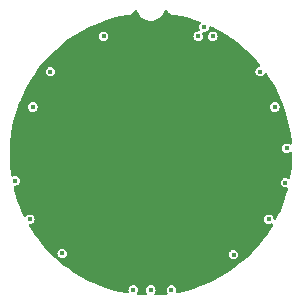
<source format=gbr>
%TF.GenerationSoftware,KiCad,Pcbnew,8.0.2-1*%
%TF.CreationDate,2025-01-26T22:20:59-08:00*%
%TF.ProjectId,Small_Pendant,536d616c-6c5f-4506-956e-64616e742e6b,rev?*%
%TF.SameCoordinates,Original*%
%TF.FileFunction,Copper,L2,Inr*%
%TF.FilePolarity,Positive*%
%FSLAX46Y46*%
G04 Gerber Fmt 4.6, Leading zero omitted, Abs format (unit mm)*
G04 Created by KiCad (PCBNEW 8.0.2-1) date 2025-01-26 22:20:59*
%MOMM*%
%LPD*%
G01*
G04 APERTURE LIST*
%TA.AperFunction,ViaPad*%
%ADD10C,0.400000*%
%TD*%
%TA.AperFunction,ViaPad*%
%ADD11C,0.600000*%
%TD*%
G04 APERTURE END LIST*
D10*
%TO.N,+5V*%
X38600000Y-47600000D03*
X40750000Y-57000000D03*
X54000000Y-60000000D03*
X57500000Y-41500000D03*
X58500000Y-57000000D03*
X44250000Y-60000000D03*
X45750000Y-60000000D03*
X61500000Y-47750000D03*
X48500000Y-38500000D03*
X40000000Y-44500000D03*
X38500000Y-50500000D03*
X60000000Y-54000000D03*
X51500000Y-38500000D03*
X43000000Y-41500000D03*
X39250000Y-54000000D03*
D11*
X52540000Y-54000000D03*
D10*
%TO.N,DATA_IN*%
X54500000Y-39250000D03*
%TO.N,Earth*%
X54000000Y-40000000D03*
X59250000Y-43000000D03*
X60000000Y-55500000D03*
X60500000Y-46000000D03*
X50000000Y-61500000D03*
X55250000Y-40000000D03*
X42500000Y-58400000D03*
X46000000Y-40000000D03*
X48500000Y-61500000D03*
X38500000Y-52250000D03*
X57000000Y-58500000D03*
X39750000Y-55500000D03*
X41500000Y-43000000D03*
X51750000Y-61500000D03*
X40000000Y-46000000D03*
X61500000Y-49500000D03*
X61400000Y-52400000D03*
%TD*%
%TA.AperFunction,Conductor*%
%TO.N,+5V*%
G36*
X48806055Y-37785648D02*
G01*
X48848426Y-37841203D01*
X48851904Y-37851644D01*
X48875769Y-37935523D01*
X48875775Y-37935538D01*
X48974938Y-38134683D01*
X48974943Y-38134691D01*
X49109020Y-38312238D01*
X49273437Y-38462123D01*
X49273439Y-38462125D01*
X49462595Y-38579245D01*
X49462596Y-38579245D01*
X49462599Y-38579247D01*
X49670060Y-38659618D01*
X49888757Y-38700500D01*
X49888759Y-38700500D01*
X50111241Y-38700500D01*
X50111243Y-38700500D01*
X50329940Y-38659618D01*
X50537401Y-38579247D01*
X50726562Y-38462124D01*
X50890981Y-38312236D01*
X51025058Y-38134689D01*
X51124229Y-37935528D01*
X51148097Y-37851639D01*
X51185373Y-37792551D01*
X51248682Y-37762993D01*
X51317922Y-37772354D01*
X51371109Y-37817664D01*
X51376718Y-37827122D01*
X51379225Y-37831812D01*
X51455885Y-37946541D01*
X51455888Y-37946545D01*
X51553454Y-38044111D01*
X51553458Y-38044114D01*
X51668182Y-38120771D01*
X51668195Y-38120778D01*
X51795667Y-38173578D01*
X51795672Y-38173580D01*
X51795676Y-38173580D01*
X51795677Y-38173581D01*
X51931004Y-38200500D01*
X51931007Y-38200500D01*
X51968891Y-38200500D01*
X51992767Y-38202820D01*
X52635529Y-38328950D01*
X52642415Y-38330507D01*
X53298877Y-38498834D01*
X53305677Y-38500786D01*
X53951438Y-38706393D01*
X53958136Y-38708739D01*
X54153320Y-38783432D01*
X54208896Y-38825777D01*
X54232757Y-38891446D01*
X54217326Y-38959590D01*
X54196685Y-38986922D01*
X54171952Y-39011655D01*
X54171951Y-39011657D01*
X54114352Y-39124698D01*
X54114352Y-39124699D01*
X54094508Y-39249996D01*
X54094508Y-39250003D01*
X54114352Y-39375300D01*
X54114353Y-39375303D01*
X54135402Y-39416612D01*
X54148299Y-39485281D01*
X54122023Y-39550022D01*
X54064917Y-39590279D01*
X54005528Y-39595383D01*
X54000001Y-39594508D01*
X53999997Y-39594508D01*
X53874699Y-39614352D01*
X53874698Y-39614352D01*
X53799337Y-39652751D01*
X53761658Y-39671950D01*
X53761657Y-39671951D01*
X53761652Y-39671954D01*
X53671954Y-39761652D01*
X53671951Y-39761657D01*
X53671950Y-39761658D01*
X53652751Y-39799337D01*
X53614352Y-39874698D01*
X53614352Y-39874699D01*
X53594508Y-39999996D01*
X53594508Y-40000003D01*
X53614352Y-40125300D01*
X53614352Y-40125301D01*
X53614354Y-40125304D01*
X53671950Y-40238342D01*
X53671952Y-40238344D01*
X53671954Y-40238347D01*
X53761652Y-40328045D01*
X53761654Y-40328046D01*
X53761658Y-40328050D01*
X53874696Y-40385646D01*
X53874697Y-40385646D01*
X53874699Y-40385647D01*
X53999997Y-40405492D01*
X54000000Y-40405492D01*
X54000003Y-40405492D01*
X54125300Y-40385647D01*
X54125301Y-40385647D01*
X54125302Y-40385646D01*
X54125304Y-40385646D01*
X54238342Y-40328050D01*
X54328050Y-40238342D01*
X54385646Y-40125304D01*
X54385646Y-40125302D01*
X54385647Y-40125301D01*
X54385647Y-40125300D01*
X54405492Y-40000003D01*
X54405492Y-39999996D01*
X54844508Y-39999996D01*
X54844508Y-40000003D01*
X54864352Y-40125300D01*
X54864352Y-40125301D01*
X54864354Y-40125304D01*
X54921950Y-40238342D01*
X54921952Y-40238344D01*
X54921954Y-40238347D01*
X55011652Y-40328045D01*
X55011654Y-40328046D01*
X55011658Y-40328050D01*
X55124696Y-40385646D01*
X55124697Y-40385646D01*
X55124699Y-40385647D01*
X55249997Y-40405492D01*
X55250000Y-40405492D01*
X55250003Y-40405492D01*
X55375300Y-40385647D01*
X55375301Y-40385647D01*
X55375302Y-40385646D01*
X55375304Y-40385646D01*
X55488342Y-40328050D01*
X55578050Y-40238342D01*
X55635646Y-40125304D01*
X55635646Y-40125302D01*
X55635647Y-40125301D01*
X55635647Y-40125300D01*
X55655492Y-40000003D01*
X55655492Y-39999996D01*
X55635647Y-39874699D01*
X55635647Y-39874698D01*
X55614598Y-39833388D01*
X55578050Y-39761658D01*
X55578046Y-39761654D01*
X55578045Y-39761652D01*
X55488347Y-39671954D01*
X55488344Y-39671952D01*
X55488342Y-39671950D01*
X55375304Y-39614354D01*
X55375303Y-39614353D01*
X55375300Y-39614352D01*
X55250003Y-39594508D01*
X55249997Y-39594508D01*
X55124699Y-39614352D01*
X55124698Y-39614352D01*
X55049337Y-39652751D01*
X55011658Y-39671950D01*
X55011657Y-39671951D01*
X55011652Y-39671954D01*
X54921954Y-39761652D01*
X54921951Y-39761657D01*
X54921950Y-39761658D01*
X54902751Y-39799337D01*
X54864352Y-39874698D01*
X54864352Y-39874699D01*
X54844508Y-39999996D01*
X54405492Y-39999996D01*
X54385647Y-39874699D01*
X54385646Y-39874697D01*
X54385646Y-39874696D01*
X54364596Y-39833383D01*
X54351700Y-39764719D01*
X54377975Y-39699978D01*
X54435081Y-39659720D01*
X54494478Y-39654618D01*
X54499996Y-39655492D01*
X54500000Y-39655492D01*
X54500003Y-39655492D01*
X54625300Y-39635647D01*
X54625301Y-39635647D01*
X54625302Y-39635646D01*
X54625304Y-39635646D01*
X54738342Y-39578050D01*
X54828050Y-39488342D01*
X54885646Y-39375304D01*
X54903446Y-39262911D01*
X54933374Y-39199781D01*
X54992685Y-39162850D01*
X55062548Y-39163846D01*
X55076783Y-39169225D01*
X55215645Y-39231692D01*
X55222007Y-39234776D01*
X55709113Y-39488347D01*
X55823112Y-39547691D01*
X55829307Y-39551144D01*
X56411551Y-39897949D01*
X56417517Y-39901738D01*
X56748231Y-40125304D01*
X56978956Y-40281277D01*
X56984719Y-40285418D01*
X57523528Y-40696455D01*
X57529017Y-40700896D01*
X58043442Y-41142096D01*
X58048660Y-41146836D01*
X58537012Y-41616752D01*
X58541972Y-41621807D01*
X59002610Y-42118857D01*
X59007283Y-42124198D01*
X59240489Y-42406667D01*
X59267991Y-42470897D01*
X59256401Y-42539799D01*
X59209401Y-42591497D01*
X59164265Y-42608086D01*
X59124699Y-42614352D01*
X59124698Y-42614352D01*
X59061043Y-42646787D01*
X59011658Y-42671950D01*
X59011657Y-42671951D01*
X59011652Y-42671954D01*
X58921954Y-42761652D01*
X58921951Y-42761657D01*
X58864352Y-42874698D01*
X58864352Y-42874699D01*
X58844508Y-42999996D01*
X58844508Y-43000003D01*
X58864352Y-43125300D01*
X58864352Y-43125301D01*
X58882805Y-43161517D01*
X58921950Y-43238342D01*
X58921952Y-43238344D01*
X58921954Y-43238347D01*
X59011652Y-43328045D01*
X59011654Y-43328046D01*
X59011658Y-43328050D01*
X59124696Y-43385646D01*
X59124697Y-43385646D01*
X59124699Y-43385647D01*
X59249997Y-43405492D01*
X59250000Y-43405492D01*
X59250003Y-43405492D01*
X59375300Y-43385647D01*
X59375301Y-43385647D01*
X59375302Y-43385646D01*
X59375304Y-43385646D01*
X59488342Y-43328050D01*
X59578050Y-43238342D01*
X59607528Y-43180487D01*
X59655501Y-43129692D01*
X59723322Y-43112897D01*
X59789457Y-43135434D01*
X59817995Y-43163438D01*
X59843940Y-43198806D01*
X59847971Y-43204645D01*
X60216895Y-43773087D01*
X60220587Y-43779148D01*
X60556400Y-44367788D01*
X60559738Y-44374050D01*
X60861316Y-44980915D01*
X60864291Y-44987358D01*
X61130658Y-45610485D01*
X61133260Y-45617088D01*
X61363544Y-46254436D01*
X61365764Y-46261176D01*
X61559213Y-46910663D01*
X61561043Y-46917520D01*
X61717017Y-47577002D01*
X61718452Y-47583952D01*
X61836443Y-48251280D01*
X61837478Y-48258301D01*
X61917098Y-48931278D01*
X61917730Y-48938346D01*
X61924938Y-49057291D01*
X61909345Y-49125399D01*
X61859405Y-49174264D01*
X61790974Y-49188373D01*
X61744870Y-49175277D01*
X61738343Y-49171951D01*
X61738342Y-49171950D01*
X61625304Y-49114354D01*
X61625303Y-49114353D01*
X61625300Y-49114352D01*
X61500003Y-49094508D01*
X61499997Y-49094508D01*
X61374699Y-49114352D01*
X61374698Y-49114352D01*
X61299337Y-49152751D01*
X61261658Y-49171950D01*
X61261657Y-49171951D01*
X61261652Y-49171954D01*
X61171954Y-49261652D01*
X61171951Y-49261657D01*
X61114352Y-49374698D01*
X61114352Y-49374699D01*
X61094508Y-49499996D01*
X61094508Y-49500003D01*
X61114352Y-49625300D01*
X61114352Y-49625301D01*
X61114354Y-49625304D01*
X61171950Y-49738342D01*
X61171952Y-49738344D01*
X61171954Y-49738347D01*
X61261652Y-49828045D01*
X61261654Y-49828046D01*
X61261658Y-49828050D01*
X61374696Y-49885646D01*
X61374697Y-49885646D01*
X61374699Y-49885647D01*
X61499997Y-49905492D01*
X61500000Y-49905492D01*
X61500003Y-49905492D01*
X61625300Y-49885647D01*
X61625301Y-49885647D01*
X61625302Y-49885646D01*
X61625304Y-49885646D01*
X61738342Y-49828050D01*
X61748198Y-49818193D01*
X61809518Y-49784709D01*
X61879210Y-49789691D01*
X61935145Y-49831561D01*
X61959564Y-49897024D01*
X61959879Y-49905467D01*
X61961173Y-50299539D01*
X61960994Y-50306633D01*
X61924446Y-50983347D01*
X61923860Y-50990420D01*
X61848663Y-51663902D01*
X61847674Y-51670929D01*
X61796501Y-51971868D01*
X61765857Y-52034659D01*
X61706130Y-52070914D01*
X61636283Y-52069124D01*
X61617968Y-52061568D01*
X61525304Y-52014354D01*
X61525303Y-52014353D01*
X61525300Y-52014352D01*
X61400003Y-51994508D01*
X61399997Y-51994508D01*
X61274699Y-52014352D01*
X61274698Y-52014352D01*
X61199337Y-52052751D01*
X61161658Y-52071950D01*
X61161657Y-52071951D01*
X61161652Y-52071954D01*
X61071954Y-52161652D01*
X61071951Y-52161657D01*
X61014352Y-52274698D01*
X61014352Y-52274699D01*
X60994508Y-52399996D01*
X60994508Y-52400003D01*
X61014352Y-52525300D01*
X61014352Y-52525301D01*
X61014354Y-52525304D01*
X61071950Y-52638342D01*
X61071952Y-52638344D01*
X61071954Y-52638347D01*
X61161652Y-52728045D01*
X61161654Y-52728046D01*
X61161658Y-52728050D01*
X61274696Y-52785646D01*
X61274697Y-52785646D01*
X61274699Y-52785647D01*
X61399997Y-52805492D01*
X61400000Y-52805492D01*
X61400002Y-52805492D01*
X61454420Y-52796873D01*
X61523713Y-52805828D01*
X61577165Y-52850824D01*
X61597805Y-52917575D01*
X61594674Y-52947092D01*
X61581044Y-53006461D01*
X61579259Y-53013330D01*
X61390078Y-53664085D01*
X61387902Y-53670840D01*
X61161815Y-54309671D01*
X61159257Y-54316291D01*
X60896982Y-54941172D01*
X60894049Y-54947634D01*
X60631430Y-55484930D01*
X60584306Y-55536516D01*
X60516774Y-55554435D01*
X60450274Y-55532999D01*
X60405919Y-55479013D01*
X60397554Y-55449881D01*
X60385646Y-55374696D01*
X60328050Y-55261658D01*
X60328046Y-55261654D01*
X60328045Y-55261652D01*
X60238347Y-55171954D01*
X60238344Y-55171952D01*
X60238342Y-55171950D01*
X60125304Y-55114354D01*
X60125303Y-55114353D01*
X60125300Y-55114352D01*
X60000003Y-55094508D01*
X59999997Y-55094508D01*
X59874699Y-55114352D01*
X59874698Y-55114352D01*
X59799337Y-55152751D01*
X59761658Y-55171950D01*
X59761657Y-55171951D01*
X59761652Y-55171954D01*
X59671954Y-55261652D01*
X59671951Y-55261657D01*
X59614352Y-55374698D01*
X59614352Y-55374699D01*
X59594508Y-55499996D01*
X59594508Y-55500003D01*
X59614352Y-55625300D01*
X59614352Y-55625301D01*
X59614354Y-55625304D01*
X59671950Y-55738342D01*
X59671952Y-55738344D01*
X59671954Y-55738347D01*
X59761652Y-55828045D01*
X59761654Y-55828046D01*
X59761658Y-55828050D01*
X59874696Y-55885646D01*
X59874697Y-55885646D01*
X59874699Y-55885647D01*
X59999997Y-55905492D01*
X60000000Y-55905492D01*
X60000003Y-55905492D01*
X60125300Y-55885647D01*
X60125301Y-55885646D01*
X60125304Y-55885646D01*
X60161537Y-55867184D01*
X60230202Y-55854287D01*
X60294943Y-55880561D01*
X60335202Y-55937667D01*
X60338196Y-56007472D01*
X60325938Y-56038404D01*
X60261233Y-56153576D01*
X60257581Y-56159661D01*
X59892400Y-56730514D01*
X59888407Y-56736381D01*
X59491163Y-57285412D01*
X59486840Y-57291040D01*
X59058820Y-57816468D01*
X59054182Y-57821839D01*
X58596827Y-58321897D01*
X58591889Y-58326995D01*
X58106679Y-58800064D01*
X58101459Y-58804871D01*
X57589950Y-59249435D01*
X57584462Y-59253935D01*
X57048385Y-59668488D01*
X57042649Y-59672667D01*
X56483732Y-60055875D01*
X56477767Y-60059719D01*
X55897824Y-60410335D01*
X55891648Y-60413831D01*
X55292616Y-60730685D01*
X55286251Y-60733822D01*
X54670065Y-61015893D01*
X54663530Y-61018661D01*
X54032228Y-61265013D01*
X54025546Y-61267403D01*
X53381161Y-61477245D01*
X53374352Y-61479248D01*
X52719042Y-61651875D01*
X52712131Y-61653486D01*
X52286977Y-61739818D01*
X52217361Y-61733868D01*
X52162013Y-61691225D01*
X52138506Y-61625429D01*
X52139828Y-61598900D01*
X52155492Y-61500002D01*
X52155492Y-61499996D01*
X52135647Y-61374699D01*
X52135647Y-61374698D01*
X52135646Y-61374696D01*
X52078050Y-61261658D01*
X52078046Y-61261654D01*
X52078045Y-61261652D01*
X51988347Y-61171954D01*
X51988344Y-61171952D01*
X51988342Y-61171950D01*
X51875304Y-61114354D01*
X51875303Y-61114353D01*
X51875300Y-61114352D01*
X51750003Y-61094508D01*
X51749997Y-61094508D01*
X51624699Y-61114352D01*
X51624698Y-61114352D01*
X51549337Y-61152751D01*
X51511658Y-61171950D01*
X51511657Y-61171951D01*
X51511652Y-61171954D01*
X51421954Y-61261652D01*
X51421951Y-61261657D01*
X51421950Y-61261658D01*
X51419023Y-61267403D01*
X51364352Y-61374698D01*
X51364352Y-61374699D01*
X51344508Y-61499996D01*
X51344508Y-61500003D01*
X51364352Y-61625300D01*
X51364353Y-61625303D01*
X51364354Y-61625304D01*
X51408464Y-61711875D01*
X51421360Y-61780542D01*
X51395084Y-61845282D01*
X51337978Y-61885540D01*
X51308613Y-61891711D01*
X50688034Y-61945125D01*
X50680948Y-61945531D01*
X50416139Y-61953112D01*
X50348564Y-61935354D01*
X50301317Y-61883881D01*
X50289398Y-61815036D01*
X50316593Y-61750675D01*
X50324904Y-61741487D01*
X50328050Y-61738342D01*
X50385646Y-61625304D01*
X50385646Y-61625302D01*
X50385647Y-61625301D01*
X50385647Y-61625300D01*
X50405492Y-61500003D01*
X50405492Y-61499996D01*
X50385647Y-61374699D01*
X50385647Y-61374698D01*
X50385646Y-61374696D01*
X50328050Y-61261658D01*
X50328046Y-61261654D01*
X50328045Y-61261652D01*
X50238347Y-61171954D01*
X50238344Y-61171952D01*
X50238342Y-61171950D01*
X50125304Y-61114354D01*
X50125303Y-61114353D01*
X50125300Y-61114352D01*
X50000003Y-61094508D01*
X49999997Y-61094508D01*
X49874699Y-61114352D01*
X49874698Y-61114352D01*
X49799337Y-61152751D01*
X49761658Y-61171950D01*
X49761657Y-61171951D01*
X49761652Y-61171954D01*
X49671954Y-61261652D01*
X49671951Y-61261657D01*
X49671950Y-61261658D01*
X49669023Y-61267403D01*
X49614352Y-61374698D01*
X49614352Y-61374699D01*
X49594508Y-61499996D01*
X49594508Y-61500003D01*
X49614352Y-61625300D01*
X49614352Y-61625301D01*
X49632805Y-61661517D01*
X49671950Y-61738342D01*
X49671952Y-61738344D01*
X49671954Y-61738347D01*
X49675089Y-61741482D01*
X49677683Y-61746233D01*
X49677689Y-61746241D01*
X49677688Y-61746241D01*
X49708574Y-61802805D01*
X49703590Y-61872497D01*
X49661718Y-61928430D01*
X49596254Y-61952847D01*
X49583860Y-61953112D01*
X49319051Y-61945531D01*
X49311966Y-61945125D01*
X48930884Y-61912325D01*
X48865779Y-61886964D01*
X48824721Y-61830431D01*
X48820745Y-61760675D01*
X48831030Y-61732491D01*
X48885646Y-61625304D01*
X48885646Y-61625302D01*
X48885647Y-61625300D01*
X48905492Y-61500003D01*
X48905492Y-61499996D01*
X48885647Y-61374699D01*
X48885647Y-61374698D01*
X48885646Y-61374696D01*
X48828050Y-61261658D01*
X48828046Y-61261654D01*
X48828045Y-61261652D01*
X48738347Y-61171954D01*
X48738344Y-61171952D01*
X48738342Y-61171950D01*
X48625304Y-61114354D01*
X48625303Y-61114353D01*
X48625300Y-61114352D01*
X48500003Y-61094508D01*
X48499997Y-61094508D01*
X48374699Y-61114352D01*
X48374698Y-61114352D01*
X48299337Y-61152751D01*
X48261658Y-61171950D01*
X48261657Y-61171951D01*
X48261652Y-61171954D01*
X48171954Y-61261652D01*
X48171951Y-61261657D01*
X48171950Y-61261658D01*
X48169023Y-61267403D01*
X48114352Y-61374698D01*
X48114352Y-61374699D01*
X48094508Y-61499996D01*
X48094508Y-61500003D01*
X48114353Y-61625304D01*
X48116415Y-61631650D01*
X48118410Y-61701491D01*
X48082329Y-61761324D01*
X48019627Y-61792151D01*
X47980801Y-61792700D01*
X47958980Y-61789556D01*
X47951987Y-61788343D01*
X47287868Y-61653486D01*
X47280957Y-61651875D01*
X46625647Y-61479248D01*
X46618838Y-61477245D01*
X45974453Y-61267403D01*
X45967771Y-61265013D01*
X45336469Y-61018661D01*
X45329934Y-61015893D01*
X44713748Y-60733822D01*
X44707383Y-60730685D01*
X44108351Y-60413831D01*
X44102175Y-60410335D01*
X43522218Y-60059710D01*
X43516282Y-60055884D01*
X42957345Y-59672664D01*
X42951614Y-59668488D01*
X42663761Y-59445889D01*
X42415534Y-59253932D01*
X42410049Y-59249435D01*
X41898540Y-58804871D01*
X41893320Y-58800064D01*
X41714071Y-58625300D01*
X41482985Y-58399996D01*
X42094508Y-58399996D01*
X42094508Y-58400003D01*
X42114352Y-58525300D01*
X42114352Y-58525301D01*
X42114354Y-58525304D01*
X42171950Y-58638342D01*
X42171952Y-58638344D01*
X42171954Y-58638347D01*
X42261652Y-58728045D01*
X42261654Y-58728046D01*
X42261658Y-58728050D01*
X42374696Y-58785646D01*
X42374697Y-58785646D01*
X42374699Y-58785647D01*
X42499997Y-58805492D01*
X42500000Y-58805492D01*
X42500003Y-58805492D01*
X42625300Y-58785647D01*
X42625301Y-58785647D01*
X42625302Y-58785646D01*
X42625304Y-58785646D01*
X42738342Y-58728050D01*
X42828050Y-58638342D01*
X42885646Y-58525304D01*
X42885646Y-58525302D01*
X42885647Y-58525301D01*
X42885647Y-58525300D01*
X42889655Y-58499996D01*
X56594508Y-58499996D01*
X56594508Y-58500003D01*
X56614352Y-58625300D01*
X56614352Y-58625301D01*
X56632805Y-58661517D01*
X56671950Y-58738342D01*
X56671952Y-58738344D01*
X56671954Y-58738347D01*
X56761652Y-58828045D01*
X56761654Y-58828046D01*
X56761658Y-58828050D01*
X56874696Y-58885646D01*
X56874697Y-58885646D01*
X56874699Y-58885647D01*
X56999997Y-58905492D01*
X57000000Y-58905492D01*
X57000003Y-58905492D01*
X57125300Y-58885647D01*
X57125301Y-58885647D01*
X57125302Y-58885646D01*
X57125304Y-58885646D01*
X57238342Y-58828050D01*
X57328050Y-58738342D01*
X57385646Y-58625304D01*
X57385646Y-58625302D01*
X57385647Y-58625301D01*
X57385647Y-58625300D01*
X57405492Y-58500003D01*
X57405492Y-58499996D01*
X57385647Y-58374699D01*
X57385647Y-58374698D01*
X57385646Y-58374696D01*
X57328050Y-58261658D01*
X57328046Y-58261654D01*
X57328045Y-58261652D01*
X57238347Y-58171954D01*
X57238344Y-58171952D01*
X57238342Y-58171950D01*
X57125304Y-58114354D01*
X57125303Y-58114353D01*
X57125300Y-58114352D01*
X57000003Y-58094508D01*
X56999997Y-58094508D01*
X56874699Y-58114352D01*
X56874698Y-58114352D01*
X56799337Y-58152751D01*
X56761658Y-58171950D01*
X56761657Y-58171951D01*
X56761652Y-58171954D01*
X56671954Y-58261652D01*
X56671951Y-58261657D01*
X56671950Y-58261658D01*
X56652751Y-58299337D01*
X56614352Y-58374698D01*
X56614352Y-58374699D01*
X56594508Y-58499996D01*
X42889655Y-58499996D01*
X42905492Y-58400003D01*
X42905492Y-58399996D01*
X42885647Y-58274699D01*
X42885647Y-58274698D01*
X42879000Y-58261652D01*
X42828050Y-58161658D01*
X42828046Y-58161654D01*
X42828045Y-58161652D01*
X42738347Y-58071954D01*
X42738344Y-58071952D01*
X42738342Y-58071950D01*
X42625304Y-58014354D01*
X42625303Y-58014353D01*
X42625300Y-58014352D01*
X42500003Y-57994508D01*
X42499997Y-57994508D01*
X42374699Y-58014352D01*
X42374698Y-58014352D01*
X42299337Y-58052751D01*
X42261658Y-58071950D01*
X42261657Y-58071951D01*
X42261652Y-58071954D01*
X42171954Y-58161652D01*
X42171951Y-58161657D01*
X42171950Y-58161658D01*
X42166704Y-58171954D01*
X42114352Y-58274698D01*
X42114352Y-58274699D01*
X42094508Y-58399996D01*
X41482985Y-58399996D01*
X41408099Y-58326984D01*
X41403183Y-58321908D01*
X40945817Y-57821839D01*
X40941179Y-57816468D01*
X40513159Y-57291040D01*
X40508858Y-57285441D01*
X40111576Y-56736357D01*
X40107599Y-56730514D01*
X39742418Y-56159661D01*
X39738766Y-56153576D01*
X39698966Y-56082734D01*
X39683291Y-56014645D01*
X39706916Y-55948891D01*
X39762340Y-55906348D01*
X39787676Y-55899525D01*
X39875300Y-55885647D01*
X39875301Y-55885647D01*
X39875302Y-55885646D01*
X39875304Y-55885646D01*
X39988342Y-55828050D01*
X40078050Y-55738342D01*
X40135646Y-55625304D01*
X40135646Y-55625302D01*
X40135647Y-55625301D01*
X40135647Y-55625300D01*
X40155492Y-55500003D01*
X40155492Y-55499996D01*
X40135647Y-55374699D01*
X40135647Y-55374698D01*
X40135646Y-55374696D01*
X40078050Y-55261658D01*
X40078046Y-55261654D01*
X40078045Y-55261652D01*
X39988347Y-55171954D01*
X39988344Y-55171952D01*
X39988342Y-55171950D01*
X39875304Y-55114354D01*
X39875303Y-55114353D01*
X39875300Y-55114352D01*
X39750003Y-55094508D01*
X39749997Y-55094508D01*
X39624699Y-55114352D01*
X39624698Y-55114352D01*
X39549337Y-55152751D01*
X39511658Y-55171950D01*
X39511657Y-55171951D01*
X39511656Y-55171951D01*
X39435606Y-55248001D01*
X39374282Y-55281485D01*
X39304591Y-55276501D01*
X39248657Y-55234629D01*
X39236521Y-55214771D01*
X39215593Y-55171954D01*
X39105948Y-54947630D01*
X39103017Y-54941172D01*
X38840742Y-54316291D01*
X38838184Y-54309671D01*
X38612097Y-53670840D01*
X38609921Y-53664085D01*
X38420741Y-53013334D01*
X38418956Y-53006465D01*
X38373217Y-52807238D01*
X38377402Y-52737494D01*
X38418629Y-52681084D01*
X38483809Y-52655918D01*
X38494073Y-52655492D01*
X38500003Y-52655492D01*
X38625300Y-52635647D01*
X38625301Y-52635647D01*
X38625302Y-52635646D01*
X38625304Y-52635646D01*
X38738342Y-52578050D01*
X38828050Y-52488342D01*
X38885646Y-52375304D01*
X38885646Y-52375302D01*
X38885647Y-52375301D01*
X38885647Y-52375300D01*
X38905492Y-52250003D01*
X38905492Y-52249996D01*
X38885647Y-52124699D01*
X38885647Y-52124698D01*
X38858772Y-52071954D01*
X38828050Y-52011658D01*
X38828046Y-52011654D01*
X38828045Y-52011652D01*
X38738347Y-51921954D01*
X38738344Y-51921952D01*
X38738342Y-51921950D01*
X38625304Y-51864354D01*
X38625303Y-51864353D01*
X38625300Y-51864352D01*
X38500003Y-51844508D01*
X38499997Y-51844508D01*
X38374699Y-51864352D01*
X38374695Y-51864354D01*
X38350590Y-51876636D01*
X38281920Y-51889532D01*
X38217180Y-51863255D01*
X38176924Y-51806148D01*
X38172051Y-51786937D01*
X38152325Y-51670928D01*
X38151336Y-51663902D01*
X38076139Y-50990420D01*
X38075553Y-50983347D01*
X38039004Y-50306608D01*
X38038826Y-50299563D01*
X38041052Y-49621873D01*
X38041278Y-49614792D01*
X38048234Y-49500000D01*
X38082270Y-48938330D01*
X38082899Y-48931295D01*
X38162524Y-48258280D01*
X38163552Y-48251300D01*
X38281553Y-47583922D01*
X38282975Y-47577032D01*
X38438961Y-46917499D01*
X38440777Y-46910694D01*
X38634240Y-46261159D01*
X38636455Y-46254436D01*
X38642270Y-46238342D01*
X38728388Y-45999996D01*
X39594508Y-45999996D01*
X39594508Y-46000003D01*
X39614352Y-46125300D01*
X39614352Y-46125301D01*
X39614354Y-46125304D01*
X39671950Y-46238342D01*
X39671952Y-46238344D01*
X39671954Y-46238347D01*
X39761652Y-46328045D01*
X39761654Y-46328046D01*
X39761658Y-46328050D01*
X39874696Y-46385646D01*
X39874697Y-46385646D01*
X39874699Y-46385647D01*
X39999997Y-46405492D01*
X40000000Y-46405492D01*
X40000003Y-46405492D01*
X40125300Y-46385647D01*
X40125301Y-46385647D01*
X40125302Y-46385646D01*
X40125304Y-46385646D01*
X40238342Y-46328050D01*
X40328050Y-46238342D01*
X40385646Y-46125304D01*
X40385646Y-46125302D01*
X40385647Y-46125301D01*
X40385647Y-46125300D01*
X40405492Y-46000003D01*
X40405492Y-45999996D01*
X60094508Y-45999996D01*
X60094508Y-46000003D01*
X60114352Y-46125300D01*
X60114352Y-46125301D01*
X60114354Y-46125304D01*
X60171950Y-46238342D01*
X60171952Y-46238344D01*
X60171954Y-46238347D01*
X60261652Y-46328045D01*
X60261654Y-46328046D01*
X60261658Y-46328050D01*
X60374696Y-46385646D01*
X60374697Y-46385646D01*
X60374699Y-46385647D01*
X60499997Y-46405492D01*
X60500000Y-46405492D01*
X60500003Y-46405492D01*
X60625300Y-46385647D01*
X60625301Y-46385647D01*
X60625302Y-46385646D01*
X60625304Y-46385646D01*
X60738342Y-46328050D01*
X60828050Y-46238342D01*
X60885646Y-46125304D01*
X60885646Y-46125302D01*
X60885647Y-46125301D01*
X60885647Y-46125300D01*
X60905492Y-46000003D01*
X60905492Y-45999996D01*
X60885647Y-45874699D01*
X60885647Y-45874698D01*
X60885646Y-45874696D01*
X60828050Y-45761658D01*
X60828046Y-45761654D01*
X60828045Y-45761652D01*
X60738347Y-45671954D01*
X60738344Y-45671952D01*
X60738342Y-45671950D01*
X60625304Y-45614354D01*
X60625303Y-45614353D01*
X60625300Y-45614352D01*
X60500003Y-45594508D01*
X60499997Y-45594508D01*
X60374699Y-45614352D01*
X60374698Y-45614352D01*
X60299337Y-45652751D01*
X60261658Y-45671950D01*
X60261657Y-45671951D01*
X60261652Y-45671954D01*
X60171954Y-45761652D01*
X60171951Y-45761657D01*
X60114352Y-45874698D01*
X60114352Y-45874699D01*
X60094508Y-45999996D01*
X40405492Y-45999996D01*
X40385647Y-45874699D01*
X40385647Y-45874698D01*
X40385646Y-45874696D01*
X40328050Y-45761658D01*
X40328046Y-45761654D01*
X40328045Y-45761652D01*
X40238347Y-45671954D01*
X40238344Y-45671952D01*
X40238342Y-45671950D01*
X40125304Y-45614354D01*
X40125303Y-45614353D01*
X40125300Y-45614352D01*
X40000003Y-45594508D01*
X39999997Y-45594508D01*
X39874699Y-45614352D01*
X39874698Y-45614352D01*
X39799337Y-45652751D01*
X39761658Y-45671950D01*
X39761657Y-45671951D01*
X39761652Y-45671954D01*
X39671954Y-45761652D01*
X39671951Y-45761657D01*
X39614352Y-45874698D01*
X39614352Y-45874699D01*
X39594508Y-45999996D01*
X38728388Y-45999996D01*
X38866743Y-45617076D01*
X38869341Y-45610485D01*
X38888965Y-45564578D01*
X39135717Y-44987336D01*
X39138672Y-44980937D01*
X39440264Y-44374043D01*
X39443599Y-44367788D01*
X39779421Y-43779132D01*
X39783094Y-43773103D01*
X40152033Y-43204637D01*
X40156054Y-43198812D01*
X40301904Y-42999996D01*
X41094508Y-42999996D01*
X41094508Y-43000003D01*
X41114352Y-43125300D01*
X41114352Y-43125301D01*
X41132805Y-43161517D01*
X41171950Y-43238342D01*
X41171952Y-43238344D01*
X41171954Y-43238347D01*
X41261652Y-43328045D01*
X41261654Y-43328046D01*
X41261658Y-43328050D01*
X41374696Y-43385646D01*
X41374697Y-43385646D01*
X41374699Y-43385647D01*
X41499997Y-43405492D01*
X41500000Y-43405492D01*
X41500003Y-43405492D01*
X41625300Y-43385647D01*
X41625301Y-43385647D01*
X41625302Y-43385646D01*
X41625304Y-43385646D01*
X41738342Y-43328050D01*
X41828050Y-43238342D01*
X41885646Y-43125304D01*
X41885646Y-43125302D01*
X41885647Y-43125301D01*
X41885647Y-43125300D01*
X41905492Y-43000003D01*
X41905492Y-42999996D01*
X41885647Y-42874699D01*
X41885647Y-42874698D01*
X41885646Y-42874696D01*
X41828050Y-42761658D01*
X41828046Y-42761654D01*
X41828045Y-42761652D01*
X41738347Y-42671954D01*
X41738344Y-42671952D01*
X41738342Y-42671950D01*
X41625304Y-42614354D01*
X41625303Y-42614353D01*
X41625300Y-42614352D01*
X41500003Y-42594508D01*
X41499997Y-42594508D01*
X41374699Y-42614352D01*
X41374698Y-42614352D01*
X41311043Y-42646787D01*
X41261658Y-42671950D01*
X41261657Y-42671951D01*
X41261652Y-42671954D01*
X41171954Y-42761652D01*
X41171951Y-42761657D01*
X41114352Y-42874698D01*
X41114352Y-42874699D01*
X41094508Y-42999996D01*
X40301904Y-42999996D01*
X40556915Y-42652376D01*
X40561267Y-42646787D01*
X40561431Y-42646589D01*
X40992718Y-42124194D01*
X40997389Y-42118857D01*
X41111327Y-41995913D01*
X41458037Y-41621795D01*
X41462969Y-41616770D01*
X41951356Y-41146820D01*
X41956539Y-41142111D01*
X42470999Y-40700882D01*
X42476453Y-40696469D01*
X43015292Y-40285408D01*
X43021030Y-40281285D01*
X43437131Y-39999996D01*
X45594508Y-39999996D01*
X45594508Y-40000003D01*
X45614352Y-40125300D01*
X45614352Y-40125301D01*
X45614354Y-40125304D01*
X45671950Y-40238342D01*
X45671952Y-40238344D01*
X45671954Y-40238347D01*
X45761652Y-40328045D01*
X45761654Y-40328046D01*
X45761658Y-40328050D01*
X45874696Y-40385646D01*
X45874697Y-40385646D01*
X45874699Y-40385647D01*
X45999997Y-40405492D01*
X46000000Y-40405492D01*
X46000003Y-40405492D01*
X46125300Y-40385647D01*
X46125301Y-40385647D01*
X46125302Y-40385646D01*
X46125304Y-40385646D01*
X46238342Y-40328050D01*
X46328050Y-40238342D01*
X46385646Y-40125304D01*
X46385646Y-40125302D01*
X46385647Y-40125301D01*
X46385647Y-40125300D01*
X46405492Y-40000003D01*
X46405492Y-39999996D01*
X46385647Y-39874699D01*
X46385647Y-39874698D01*
X46364598Y-39833388D01*
X46328050Y-39761658D01*
X46328046Y-39761654D01*
X46328045Y-39761652D01*
X46238347Y-39671954D01*
X46238344Y-39671952D01*
X46238342Y-39671950D01*
X46125304Y-39614354D01*
X46125303Y-39614353D01*
X46125300Y-39614352D01*
X46000003Y-39594508D01*
X45999997Y-39594508D01*
X45874699Y-39614352D01*
X45874698Y-39614352D01*
X45799337Y-39652751D01*
X45761658Y-39671950D01*
X45761657Y-39671951D01*
X45761652Y-39671954D01*
X45671954Y-39761652D01*
X45671951Y-39761657D01*
X45671950Y-39761658D01*
X45652751Y-39799337D01*
X45614352Y-39874698D01*
X45614352Y-39874699D01*
X45594508Y-39999996D01*
X43437131Y-39999996D01*
X43582497Y-39901727D01*
X43588432Y-39897958D01*
X44170707Y-39551135D01*
X44176869Y-39547700D01*
X44778006Y-39234769D01*
X44784340Y-39231698D01*
X45402420Y-38953657D01*
X45408933Y-38950949D01*
X46041878Y-38708733D01*
X46048546Y-38706398D01*
X46694332Y-38500783D01*
X46701112Y-38498836D01*
X47357592Y-38330505D01*
X47364463Y-38328951D01*
X48007232Y-38202820D01*
X48031109Y-38200500D01*
X48068995Y-38200500D01*
X48160041Y-38182389D01*
X48204328Y-38173580D01*
X48331811Y-38120775D01*
X48446542Y-38044114D01*
X48544114Y-37946542D01*
X48620775Y-37831811D01*
X48620778Y-37831803D01*
X48623277Y-37827130D01*
X48672237Y-37777284D01*
X48740374Y-37761820D01*
X48806055Y-37785648D01*
G37*
%TD.AperFunction*%
%TD*%
M02*

</source>
